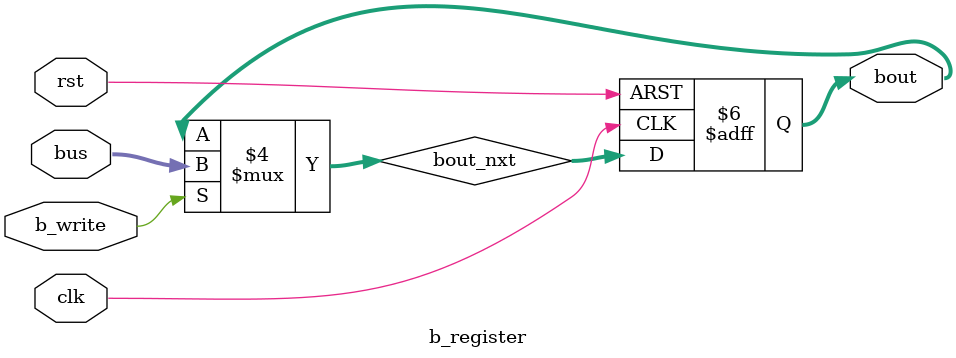
<source format=v>
module b_register(
    input clk,
    input rst,
    input b_write,
    input [15:0]bus,
    output reg [15:0]bout
);

reg [15:0]bout_nxt;


////////////// flops
always @(posedge clk or posedge rst  ) begin
        if(rst)
            bout <= 0;
        else
            bout <= bout_nxt ;
end

///////////// comb
always @(*) begin
    if(b_write)
        bout_nxt = bus;
    else
        bout_nxt = bout ;
end


endmodule
</source>
